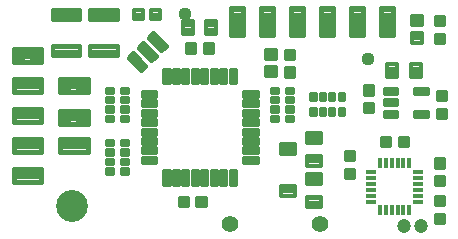
<source format=gts>
G75*
G70*
%OFA0B0*%
%FSLAX24Y24*%
%IPPOS*%
%LPD*%
%AMOC8*
5,1,8,0,0,1.08239X$1,22.5*
%
%ADD10C,0.1064*%
%ADD11C,0.0150*%
%ADD12C,0.0142*%
%ADD13C,0.0145*%
%ADD14C,0.0169*%
%ADD15C,0.0474*%
%ADD16R,0.0150X0.0335*%
%ADD17R,0.0335X0.0150*%
%ADD18C,0.0552*%
%ADD19C,0.0163*%
%ADD20C,0.0165*%
%ADD21C,0.0156*%
%ADD22C,0.0174*%
%ADD23C,0.0437*%
D10*
X003124Y003001D03*
D11*
X006706Y003004D02*
X006950Y003004D01*
X006706Y003004D02*
X006706Y003248D01*
X006950Y003248D01*
X006950Y003004D01*
X006950Y003153D02*
X006706Y003153D01*
X007297Y003004D02*
X007541Y003004D01*
X007297Y003004D02*
X007297Y003248D01*
X007541Y003248D01*
X007541Y003004D01*
X007541Y003153D02*
X007297Y003153D01*
X012496Y003959D02*
X012496Y004203D01*
X012496Y003959D02*
X012252Y003959D01*
X012252Y004203D01*
X012496Y004203D01*
X012496Y004108D02*
X012252Y004108D01*
X012496Y004550D02*
X012496Y004794D01*
X012496Y004550D02*
X012252Y004550D01*
X012252Y004794D01*
X012496Y004794D01*
X012496Y004699D02*
X012252Y004699D01*
X013456Y005248D02*
X013700Y005248D01*
X013700Y005004D01*
X013456Y005004D01*
X013456Y005248D01*
X013456Y005153D02*
X013700Y005153D01*
X014047Y005248D02*
X014291Y005248D01*
X014291Y005004D01*
X014047Y005004D01*
X014047Y005248D01*
X014047Y005153D02*
X014291Y005153D01*
X015496Y004544D02*
X015496Y004300D01*
X015252Y004300D01*
X015252Y004544D01*
X015496Y004544D01*
X015496Y004449D02*
X015252Y004449D01*
X015496Y003953D02*
X015496Y003709D01*
X015252Y003709D01*
X015252Y003953D01*
X015496Y003953D01*
X015496Y003858D02*
X015252Y003858D01*
X015252Y003294D02*
X015252Y003050D01*
X015252Y003294D02*
X015496Y003294D01*
X015496Y003050D01*
X015252Y003050D01*
X015252Y003199D02*
X015496Y003199D01*
X015252Y002703D02*
X015252Y002459D01*
X015252Y002703D02*
X015496Y002703D01*
X015496Y002459D01*
X015252Y002459D01*
X015252Y002608D02*
X015496Y002608D01*
X015558Y005959D02*
X015558Y006203D01*
X015558Y005959D02*
X015314Y005959D01*
X015314Y006203D01*
X015558Y006203D01*
X015558Y006108D02*
X015314Y006108D01*
X015558Y006550D02*
X015558Y006794D01*
X015558Y006550D02*
X015314Y006550D01*
X015314Y006794D01*
X015558Y006794D01*
X015558Y006699D02*
X015314Y006699D01*
X012877Y006737D02*
X012877Y006981D01*
X013121Y006981D01*
X013121Y006737D01*
X012877Y006737D01*
X012877Y006886D02*
X013121Y006886D01*
X012877Y006391D02*
X012877Y006147D01*
X012877Y006391D02*
X013121Y006391D01*
X013121Y006147D01*
X012877Y006147D01*
X012877Y006296D02*
X013121Y006296D01*
X010252Y007334D02*
X010252Y007578D01*
X010496Y007578D01*
X010496Y007334D01*
X010252Y007334D01*
X010252Y007483D02*
X010496Y007483D01*
X010252Y007925D02*
X010252Y008169D01*
X010496Y008169D01*
X010496Y007925D01*
X010252Y007925D01*
X010252Y008074D02*
X010496Y008074D01*
X007791Y008129D02*
X007547Y008129D01*
X007547Y008373D01*
X007791Y008373D01*
X007791Y008129D01*
X007791Y008278D02*
X007547Y008278D01*
X007200Y008129D02*
X006956Y008129D01*
X006956Y008373D01*
X007200Y008373D01*
X007200Y008129D01*
X007200Y008278D02*
X006956Y008278D01*
X015252Y008703D02*
X015496Y008703D01*
X015496Y008459D01*
X015252Y008459D01*
X015252Y008703D01*
X015252Y008608D02*
X015496Y008608D01*
X015496Y009294D02*
X015252Y009294D01*
X015496Y009294D02*
X015496Y009050D01*
X015252Y009050D01*
X015252Y009294D01*
X015252Y009199D02*
X015496Y009199D01*
D12*
X014746Y007716D02*
X014414Y007716D01*
X014746Y007716D02*
X014746Y007286D01*
X014414Y007286D01*
X014414Y007716D01*
X014414Y007427D02*
X014746Y007427D01*
X014746Y007568D02*
X014414Y007568D01*
X014414Y007709D02*
X014746Y007709D01*
X013959Y007716D02*
X013627Y007716D01*
X013959Y007716D02*
X013959Y007286D01*
X013627Y007286D01*
X013627Y007716D01*
X013627Y007427D02*
X013959Y007427D01*
X013959Y007568D02*
X013627Y007568D01*
X013627Y007709D02*
X013959Y007709D01*
X011426Y005416D02*
X011426Y005084D01*
X010938Y005084D01*
X010938Y005416D01*
X011426Y005416D01*
X011426Y005225D02*
X010938Y005225D01*
X010938Y005366D02*
X011426Y005366D01*
X011426Y004668D02*
X011426Y004336D01*
X010938Y004336D01*
X010938Y004668D01*
X011426Y004668D01*
X011426Y004477D02*
X010938Y004477D01*
X010938Y004618D02*
X011426Y004618D01*
X011426Y004041D02*
X011426Y003709D01*
X010938Y003709D01*
X010938Y004041D01*
X011426Y004041D01*
X011426Y003850D02*
X010938Y003850D01*
X010938Y003991D02*
X011426Y003991D01*
X011426Y003293D02*
X011426Y002961D01*
X010938Y002961D01*
X010938Y003293D01*
X011426Y003293D01*
X011426Y003102D02*
X010938Y003102D01*
X010938Y003243D02*
X011426Y003243D01*
X010560Y003335D02*
X010560Y003667D01*
X010560Y003335D02*
X010072Y003335D01*
X010072Y003667D01*
X010560Y003667D01*
X010560Y003476D02*
X010072Y003476D01*
X010072Y003617D02*
X010560Y003617D01*
X010560Y004710D02*
X010560Y005042D01*
X010560Y004710D02*
X010072Y004710D01*
X010072Y005042D01*
X010560Y005042D01*
X010560Y004851D02*
X010072Y004851D01*
X010072Y004992D02*
X010560Y004992D01*
X007933Y008724D02*
X007601Y008724D01*
X007601Y009154D01*
X007933Y009154D01*
X007933Y008724D01*
X007933Y008865D02*
X007601Y008865D01*
X007601Y009006D02*
X007933Y009006D01*
X007933Y009147D02*
X007601Y009147D01*
X007146Y008724D02*
X006814Y008724D01*
X006814Y009154D01*
X007146Y009154D01*
X007146Y008724D01*
X007146Y008865D02*
X006814Y008865D01*
X006814Y009006D02*
X007146Y009006D01*
X007146Y009147D02*
X006814Y009147D01*
X004647Y009176D02*
X004647Y009508D01*
X004647Y009176D02*
X003725Y009176D01*
X003725Y009508D01*
X004647Y009508D01*
X004647Y009317D02*
X003725Y009317D01*
X003725Y009458D02*
X004647Y009458D01*
X004647Y008327D02*
X004647Y007995D01*
X003725Y007995D01*
X003725Y008327D01*
X004647Y008327D01*
X004647Y008136D02*
X003725Y008136D01*
X003725Y008277D02*
X004647Y008277D01*
X003397Y008327D02*
X003397Y007995D01*
X002475Y007995D01*
X002475Y008327D01*
X003397Y008327D01*
X003397Y008136D02*
X002475Y008136D01*
X002475Y008277D02*
X003397Y008277D01*
X003397Y009176D02*
X003397Y009508D01*
X003397Y009176D02*
X002475Y009176D01*
X002475Y009508D01*
X003397Y009508D01*
X003397Y009317D02*
X002475Y009317D01*
X002475Y009458D02*
X003397Y009458D01*
D13*
X005183Y009221D02*
X005493Y009221D01*
X005183Y009221D02*
X005183Y009531D01*
X005493Y009531D01*
X005493Y009221D01*
X005493Y009365D02*
X005183Y009365D01*
X005183Y009509D02*
X005493Y009509D01*
X005754Y009221D02*
X006064Y009221D01*
X005754Y009221D02*
X005754Y009531D01*
X006064Y009531D01*
X006064Y009221D01*
X006064Y009365D02*
X005754Y009365D01*
X005754Y009509D02*
X006064Y009509D01*
X009904Y008192D02*
X009904Y007882D01*
X009594Y007882D01*
X009594Y008192D01*
X009904Y008192D01*
X009904Y008026D02*
X009594Y008026D01*
X009594Y008170D02*
X009904Y008170D01*
X009904Y007621D02*
X009904Y007311D01*
X009594Y007311D01*
X009594Y007621D01*
X009904Y007621D01*
X009904Y007455D02*
X009594Y007455D01*
X009594Y007599D02*
X009904Y007599D01*
X014469Y008436D02*
X014469Y008746D01*
X014779Y008746D01*
X014779Y008436D01*
X014469Y008436D01*
X014469Y008580D02*
X014779Y008580D01*
X014779Y008724D02*
X014469Y008724D01*
X014469Y009007D02*
X014469Y009317D01*
X014779Y009317D01*
X014779Y009007D01*
X014469Y009007D01*
X014469Y009151D02*
X014779Y009151D01*
X014779Y009295D02*
X014469Y009295D01*
D14*
X012150Y006538D02*
X012042Y006538D01*
X012042Y006706D01*
X012150Y006706D01*
X012150Y006538D01*
X012150Y006706D02*
X012042Y006706D01*
X011835Y006538D02*
X011727Y006538D01*
X011727Y006706D01*
X011835Y006706D01*
X011835Y006538D01*
X011835Y006706D02*
X011727Y006706D01*
X011520Y006538D02*
X011412Y006538D01*
X011412Y006706D01*
X011520Y006706D01*
X011520Y006538D01*
X011520Y006706D02*
X011412Y006706D01*
X011205Y006538D02*
X011097Y006538D01*
X011097Y006706D01*
X011205Y006706D01*
X011205Y006538D01*
X011205Y006706D02*
X011097Y006706D01*
X011097Y006046D02*
X011205Y006046D01*
X011097Y006046D02*
X011097Y006214D01*
X011205Y006214D01*
X011205Y006046D01*
X011205Y006214D02*
X011097Y006214D01*
X011412Y006046D02*
X011520Y006046D01*
X011412Y006046D02*
X011412Y006214D01*
X011520Y006214D01*
X011520Y006046D01*
X011520Y006214D02*
X011412Y006214D01*
X011727Y006046D02*
X011835Y006046D01*
X011727Y006046D02*
X011727Y006214D01*
X011835Y006214D01*
X011835Y006046D01*
X011835Y006214D02*
X011727Y006214D01*
X012042Y006046D02*
X012150Y006046D01*
X012042Y006046D02*
X012042Y006214D01*
X012150Y006214D01*
X012150Y006046D01*
X012150Y006214D02*
X012042Y006214D01*
X010286Y006165D02*
X010286Y006273D01*
X010454Y006273D01*
X010454Y006165D01*
X010286Y006165D01*
X010286Y005958D02*
X010286Y005850D01*
X010286Y005958D02*
X010454Y005958D01*
X010454Y005850D01*
X010286Y005850D01*
X009794Y005850D02*
X009794Y005958D01*
X009962Y005958D01*
X009962Y005850D01*
X009794Y005850D01*
X009794Y006165D02*
X009794Y006273D01*
X009962Y006273D01*
X009962Y006165D01*
X009794Y006165D01*
X009794Y006480D02*
X009794Y006588D01*
X009962Y006588D01*
X009962Y006480D01*
X009794Y006480D01*
X009794Y006795D02*
X009794Y006903D01*
X009962Y006903D01*
X009962Y006795D01*
X009794Y006795D01*
X010286Y006795D02*
X010286Y006903D01*
X010454Y006903D01*
X010454Y006795D01*
X010286Y006795D01*
X010286Y006588D02*
X010286Y006480D01*
X010286Y006588D02*
X010454Y006588D01*
X010454Y006480D01*
X010286Y006480D01*
X004786Y006480D02*
X004786Y006588D01*
X004954Y006588D01*
X004954Y006480D01*
X004786Y006480D01*
X004786Y006273D02*
X004786Y006165D01*
X004786Y006273D02*
X004954Y006273D01*
X004954Y006165D01*
X004786Y006165D01*
X004786Y005958D02*
X004786Y005850D01*
X004786Y005958D02*
X004954Y005958D01*
X004954Y005850D01*
X004786Y005850D01*
X004294Y005850D02*
X004294Y005958D01*
X004462Y005958D01*
X004462Y005850D01*
X004294Y005850D01*
X004294Y006165D02*
X004294Y006273D01*
X004462Y006273D01*
X004462Y006165D01*
X004294Y006165D01*
X004294Y006480D02*
X004294Y006588D01*
X004462Y006588D01*
X004462Y006480D01*
X004294Y006480D01*
X004294Y006795D02*
X004294Y006903D01*
X004462Y006903D01*
X004462Y006795D01*
X004294Y006795D01*
X004786Y006795D02*
X004786Y006903D01*
X004954Y006903D01*
X004954Y006795D01*
X004786Y006795D01*
X004954Y005153D02*
X004954Y005045D01*
X004786Y005045D01*
X004786Y005153D01*
X004954Y005153D01*
X004954Y004838D02*
X004954Y004730D01*
X004786Y004730D01*
X004786Y004838D01*
X004954Y004838D01*
X004954Y004523D02*
X004954Y004415D01*
X004786Y004415D01*
X004786Y004523D01*
X004954Y004523D01*
X004954Y004208D02*
X004954Y004100D01*
X004786Y004100D01*
X004786Y004208D01*
X004954Y004208D01*
X004462Y004208D02*
X004462Y004100D01*
X004294Y004100D01*
X004294Y004208D01*
X004462Y004208D01*
X004462Y004415D02*
X004462Y004523D01*
X004462Y004415D02*
X004294Y004415D01*
X004294Y004523D01*
X004462Y004523D01*
X004462Y004730D02*
X004462Y004838D01*
X004462Y004730D02*
X004294Y004730D01*
X004294Y004838D01*
X004462Y004838D01*
X004462Y005045D02*
X004462Y005153D01*
X004462Y005045D02*
X004294Y005045D01*
X004294Y005153D01*
X004462Y005153D01*
D15*
X014186Y002314D03*
X014749Y002314D03*
D16*
X014366Y002849D03*
X014169Y002849D03*
X013972Y002849D03*
X013775Y002849D03*
X013578Y002849D03*
X013382Y002849D03*
X013382Y004404D03*
X013578Y004404D03*
X013775Y004404D03*
X013972Y004404D03*
X014169Y004404D03*
X014366Y004404D03*
D17*
X014651Y004118D03*
X014651Y003922D03*
X014651Y003725D03*
X014651Y003528D03*
X014651Y003331D03*
X014651Y003134D03*
X013096Y003134D03*
X013096Y003331D03*
X013096Y003528D03*
X013096Y003725D03*
X013096Y003922D03*
X013096Y004118D03*
D18*
X011374Y002376D03*
X008374Y002376D03*
D19*
X013542Y005998D02*
X013542Y006132D01*
X013932Y006132D01*
X013932Y005998D01*
X013542Y005998D01*
X013542Y006372D02*
X013542Y006506D01*
X013932Y006506D01*
X013932Y006372D01*
X013542Y006372D01*
X013542Y006746D02*
X013542Y006880D01*
X013932Y006880D01*
X013932Y006746D01*
X013542Y006746D01*
X014566Y006746D02*
X014566Y006880D01*
X014956Y006880D01*
X014956Y006746D01*
X014566Y006746D01*
X014566Y006132D02*
X014566Y005998D01*
X014566Y006132D02*
X014956Y006132D01*
X014956Y005998D01*
X014566Y005998D01*
D20*
X008856Y006031D02*
X008856Y006167D01*
X009272Y006167D01*
X009272Y006031D01*
X008856Y006031D01*
X008856Y005852D02*
X008856Y005716D01*
X008856Y005852D02*
X009272Y005852D01*
X009272Y005716D01*
X008856Y005716D01*
X008856Y005537D02*
X008856Y005401D01*
X008856Y005537D02*
X009272Y005537D01*
X009272Y005401D01*
X008856Y005401D01*
X008856Y005222D02*
X008856Y005086D01*
X008856Y005222D02*
X009272Y005222D01*
X009272Y005086D01*
X008856Y005086D01*
X008856Y004907D02*
X008856Y004771D01*
X008856Y004907D02*
X009272Y004907D01*
X009272Y004771D01*
X008856Y004771D01*
X008856Y004592D02*
X008856Y004456D01*
X008856Y004592D02*
X009272Y004592D01*
X009272Y004456D01*
X008856Y004456D01*
X008408Y004144D02*
X008408Y003728D01*
X008408Y004144D02*
X008544Y004144D01*
X008544Y003728D01*
X008408Y003728D01*
X008408Y003892D02*
X008544Y003892D01*
X008544Y004056D02*
X008408Y004056D01*
X008093Y004144D02*
X008093Y003728D01*
X008093Y004144D02*
X008229Y004144D01*
X008229Y003728D01*
X008093Y003728D01*
X008093Y003892D02*
X008229Y003892D01*
X008229Y004056D02*
X008093Y004056D01*
X007778Y004144D02*
X007778Y003728D01*
X007778Y004144D02*
X007914Y004144D01*
X007914Y003728D01*
X007778Y003728D01*
X007778Y003892D02*
X007914Y003892D01*
X007914Y004056D02*
X007778Y004056D01*
X007463Y004144D02*
X007463Y003728D01*
X007463Y004144D02*
X007599Y004144D01*
X007599Y003728D01*
X007463Y003728D01*
X007463Y003892D02*
X007599Y003892D01*
X007599Y004056D02*
X007463Y004056D01*
X007148Y004144D02*
X007148Y003728D01*
X007148Y004144D02*
X007284Y004144D01*
X007284Y003728D01*
X007148Y003728D01*
X007148Y003892D02*
X007284Y003892D01*
X007284Y004056D02*
X007148Y004056D01*
X006833Y004144D02*
X006833Y003728D01*
X006833Y004144D02*
X006969Y004144D01*
X006969Y003728D01*
X006833Y003728D01*
X006833Y003892D02*
X006969Y003892D01*
X006969Y004056D02*
X006833Y004056D01*
X006518Y004144D02*
X006518Y003728D01*
X006518Y004144D02*
X006654Y004144D01*
X006654Y003728D01*
X006518Y003728D01*
X006518Y003892D02*
X006654Y003892D01*
X006654Y004056D02*
X006518Y004056D01*
X006203Y004144D02*
X006203Y003728D01*
X006203Y004144D02*
X006339Y004144D01*
X006339Y003728D01*
X006203Y003728D01*
X006203Y003892D02*
X006339Y003892D01*
X006339Y004056D02*
X006203Y004056D01*
X005476Y004456D02*
X005476Y004592D01*
X005892Y004592D01*
X005892Y004456D01*
X005476Y004456D01*
X005476Y004771D02*
X005476Y004907D01*
X005892Y004907D01*
X005892Y004771D01*
X005476Y004771D01*
X005476Y005086D02*
X005476Y005222D01*
X005892Y005222D01*
X005892Y005086D01*
X005476Y005086D01*
X005476Y005401D02*
X005476Y005537D01*
X005892Y005537D01*
X005892Y005401D01*
X005476Y005401D01*
X005476Y005716D02*
X005476Y005852D01*
X005892Y005852D01*
X005892Y005716D01*
X005476Y005716D01*
X005476Y006031D02*
X005476Y006167D01*
X005892Y006167D01*
X005892Y006031D01*
X005476Y006031D01*
X005476Y006346D02*
X005476Y006482D01*
X005892Y006482D01*
X005892Y006346D01*
X005476Y006346D01*
X005476Y006661D02*
X005476Y006797D01*
X005892Y006797D01*
X005892Y006661D01*
X005476Y006661D01*
X006203Y007108D02*
X006203Y007524D01*
X006339Y007524D01*
X006339Y007108D01*
X006203Y007108D01*
X006203Y007272D02*
X006339Y007272D01*
X006339Y007436D02*
X006203Y007436D01*
X006518Y007524D02*
X006518Y007108D01*
X006518Y007524D02*
X006654Y007524D01*
X006654Y007108D01*
X006518Y007108D01*
X006518Y007272D02*
X006654Y007272D01*
X006654Y007436D02*
X006518Y007436D01*
X006833Y007524D02*
X006833Y007108D01*
X006833Y007524D02*
X006969Y007524D01*
X006969Y007108D01*
X006833Y007108D01*
X006833Y007272D02*
X006969Y007272D01*
X006969Y007436D02*
X006833Y007436D01*
X007148Y007524D02*
X007148Y007108D01*
X007148Y007524D02*
X007284Y007524D01*
X007284Y007108D01*
X007148Y007108D01*
X007148Y007272D02*
X007284Y007272D01*
X007284Y007436D02*
X007148Y007436D01*
X007463Y007524D02*
X007463Y007108D01*
X007463Y007524D02*
X007599Y007524D01*
X007599Y007108D01*
X007463Y007108D01*
X007463Y007272D02*
X007599Y007272D01*
X007599Y007436D02*
X007463Y007436D01*
X007778Y007524D02*
X007778Y007108D01*
X007778Y007524D02*
X007914Y007524D01*
X007914Y007108D01*
X007778Y007108D01*
X007778Y007272D02*
X007914Y007272D01*
X007914Y007436D02*
X007778Y007436D01*
X008093Y007524D02*
X008093Y007108D01*
X008093Y007524D02*
X008229Y007524D01*
X008229Y007108D01*
X008093Y007108D01*
X008093Y007272D02*
X008229Y007272D01*
X008229Y007436D02*
X008093Y007436D01*
X008408Y007524D02*
X008408Y007108D01*
X008408Y007524D02*
X008544Y007524D01*
X008544Y007108D01*
X008408Y007108D01*
X008408Y007272D02*
X008544Y007272D01*
X008544Y007436D02*
X008408Y007436D01*
X008856Y006797D02*
X008856Y006661D01*
X008856Y006797D02*
X009272Y006797D01*
X009272Y006661D01*
X008856Y006661D01*
X008856Y006482D02*
X008856Y006346D01*
X008856Y006482D02*
X009272Y006482D01*
X009272Y006346D01*
X008856Y006346D01*
D21*
X005820Y008740D02*
X005678Y008598D01*
X005820Y008740D02*
X006238Y008322D01*
X006096Y008180D01*
X005678Y008598D01*
X005941Y008335D02*
X006225Y008335D01*
X006070Y008490D02*
X005786Y008490D01*
X005725Y008645D02*
X005915Y008645D01*
X005486Y008406D02*
X005344Y008264D01*
X005486Y008406D02*
X005904Y007988D01*
X005762Y007846D01*
X005344Y008264D01*
X005607Y008001D02*
X005891Y008001D01*
X005736Y008156D02*
X005452Y008156D01*
X005391Y008311D02*
X005581Y008311D01*
X005152Y008072D02*
X005010Y007930D01*
X005152Y008072D02*
X005570Y007654D01*
X005428Y007512D01*
X005010Y007930D01*
X005273Y007667D02*
X005557Y007667D01*
X005402Y007822D02*
X005118Y007822D01*
X005057Y007977D02*
X005247Y007977D01*
D22*
X003639Y007204D02*
X003639Y006798D01*
X002733Y006798D01*
X002733Y007204D01*
X003639Y007204D01*
X003639Y006971D02*
X002733Y006971D01*
X002733Y007144D02*
X003639Y007144D01*
X003639Y006142D02*
X003639Y005736D01*
X002733Y005736D01*
X002733Y006142D01*
X003639Y006142D01*
X003639Y005909D02*
X002733Y005909D01*
X002733Y006082D02*
X003639Y006082D01*
X003639Y005204D02*
X003639Y004798D01*
X002733Y004798D01*
X002733Y005204D01*
X003639Y005204D01*
X003639Y004971D02*
X002733Y004971D01*
X002733Y005144D02*
X003639Y005144D01*
X002077Y005204D02*
X002077Y004798D01*
X001171Y004798D01*
X001171Y005204D01*
X002077Y005204D01*
X002077Y004971D02*
X001171Y004971D01*
X001171Y005144D02*
X002077Y005144D01*
X002077Y005798D02*
X002077Y006204D01*
X002077Y005798D02*
X001171Y005798D01*
X001171Y006204D01*
X002077Y006204D01*
X002077Y005971D02*
X001171Y005971D01*
X001171Y006144D02*
X002077Y006144D01*
X002077Y006798D02*
X002077Y007204D01*
X002077Y006798D02*
X001171Y006798D01*
X001171Y007204D01*
X002077Y007204D01*
X002077Y006971D02*
X001171Y006971D01*
X001171Y007144D02*
X002077Y007144D01*
X002077Y007798D02*
X002077Y008204D01*
X002077Y007798D02*
X001171Y007798D01*
X001171Y008204D01*
X002077Y008204D01*
X002077Y007971D02*
X001171Y007971D01*
X001171Y008144D02*
X002077Y008144D01*
X002077Y004204D02*
X002077Y003798D01*
X001171Y003798D01*
X001171Y004204D01*
X002077Y004204D01*
X002077Y003971D02*
X001171Y003971D01*
X001171Y004144D02*
X002077Y004144D01*
X008827Y008673D02*
X008827Y009579D01*
X008827Y008673D02*
X008421Y008673D01*
X008421Y009579D01*
X008827Y009579D01*
X008827Y008846D02*
X008421Y008846D01*
X008421Y009019D02*
X008827Y009019D01*
X008827Y009192D02*
X008421Y009192D01*
X008421Y009365D02*
X008827Y009365D01*
X008827Y009538D02*
X008421Y009538D01*
X009827Y009579D02*
X009827Y008673D01*
X009421Y008673D01*
X009421Y009579D01*
X009827Y009579D01*
X009827Y008846D02*
X009421Y008846D01*
X009421Y009019D02*
X009827Y009019D01*
X009827Y009192D02*
X009421Y009192D01*
X009421Y009365D02*
X009827Y009365D01*
X009827Y009538D02*
X009421Y009538D01*
X010827Y009579D02*
X010827Y008673D01*
X010421Y008673D01*
X010421Y009579D01*
X010827Y009579D01*
X010827Y008846D02*
X010421Y008846D01*
X010421Y009019D02*
X010827Y009019D01*
X010827Y009192D02*
X010421Y009192D01*
X010421Y009365D02*
X010827Y009365D01*
X010827Y009538D02*
X010421Y009538D01*
X011827Y009579D02*
X011827Y008673D01*
X011421Y008673D01*
X011421Y009579D01*
X011827Y009579D01*
X011827Y008846D02*
X011421Y008846D01*
X011421Y009019D02*
X011827Y009019D01*
X011827Y009192D02*
X011421Y009192D01*
X011421Y009365D02*
X011827Y009365D01*
X011827Y009538D02*
X011421Y009538D01*
X012827Y009579D02*
X012827Y008673D01*
X012421Y008673D01*
X012421Y009579D01*
X012827Y009579D01*
X012827Y008846D02*
X012421Y008846D01*
X012421Y009019D02*
X012827Y009019D01*
X012827Y009192D02*
X012421Y009192D01*
X012421Y009365D02*
X012827Y009365D01*
X012827Y009538D02*
X012421Y009538D01*
X013827Y009579D02*
X013827Y008673D01*
X013421Y008673D01*
X013421Y009579D01*
X013827Y009579D01*
X013827Y008846D02*
X013421Y008846D01*
X013421Y009019D02*
X013827Y009019D01*
X013827Y009192D02*
X013421Y009192D01*
X013421Y009365D02*
X013827Y009365D01*
X013827Y009538D02*
X013421Y009538D01*
D23*
X012999Y007876D03*
X006874Y009376D03*
X003436Y007001D03*
X002936Y007001D03*
X002936Y005939D03*
X003436Y005939D03*
X001874Y008001D03*
X001374Y008001D03*
M02*

</source>
